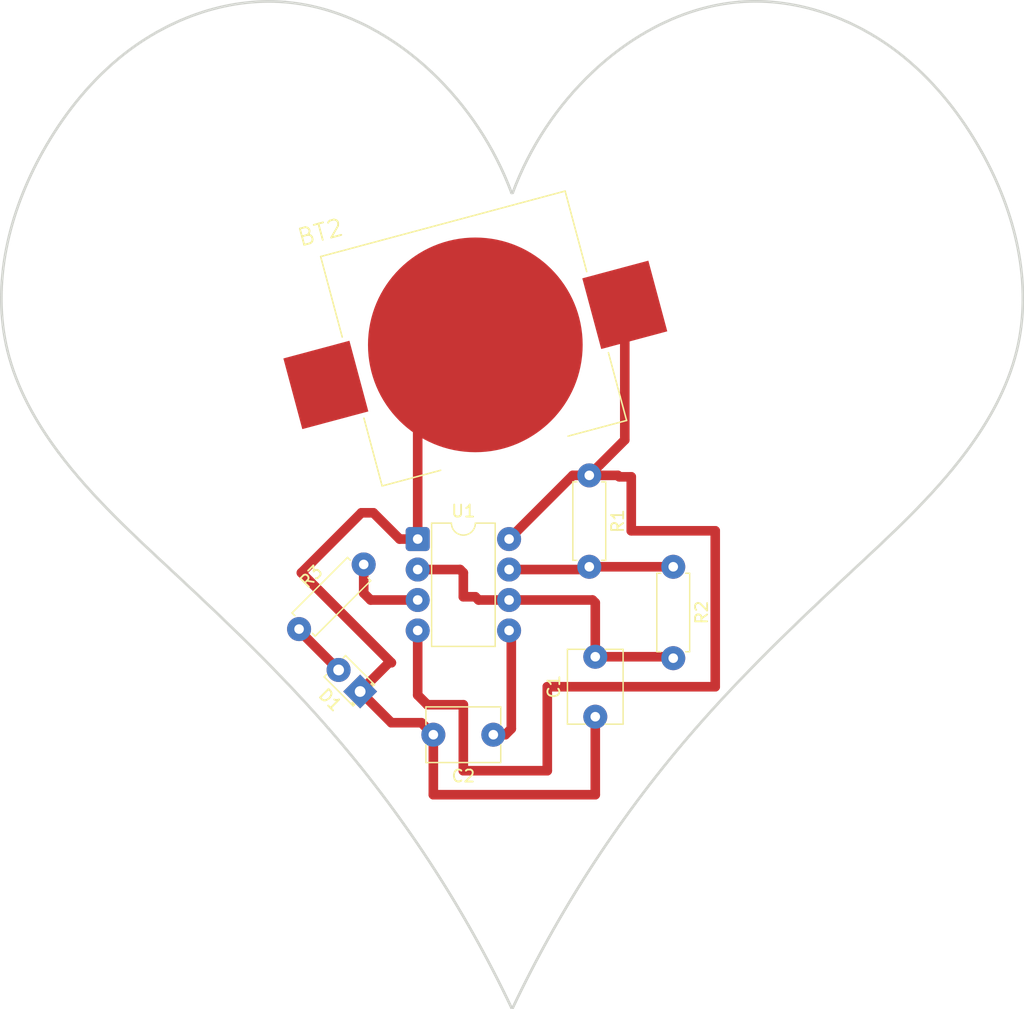
<source format=kicad_pcb>
(kicad_pcb (version 20241229) (generator "pcbnew") (generator_version "9.0")
  (layers (0 "F.Cu" signal) (2 "B.Cu" signal) (13 "F.Paste" user) (15 "B.Paste" user) (5 "F.SilkS" user "F.Silkscreen") (7 "B.SilkS" user "B.Silkscreen") (1 "F.Mask" user) (3 "B.Mask" user) (25 "Edge.Cuts" user))
  (net 0 "")
  (net 1 "GND")
  (net 2 "+3V0")
  (net 3 "Net-(U1-THR)")
  (net 4 "Net-(U1-CV)")
  (net 5 "Net-(D1-A)")
  (net 6 "Net-(U1-DIS)")
  (net 7 "Net-(U1-Q)")
  (footprint "Capacitor_THT:C_Disc_D6.0mm_W4.4mm_P5.00mm" (layer "F.Cu") (at 139.000001 116 180)
    (property "Reference" "C2" (at 2.5 -3.449999 0) (layer "F.SilkS"))
    (property "Value" "10n")
    (fp_line (start 5.62 2.319998) (end -0.619999 2.32) (stroke (width 0.12)) (layer "F.SilkS"))
    (fp_line (start 5.62 0.835) (end 5.62 2.319998) (stroke (width 0.12)) (layer "F.SilkS"))
    (fp_line (start 5.62 -2.319998) (end 5.62 -0.835) (stroke (width 0.12)) (layer "F.SilkS"))
    (fp_line (start -0.619999 2.32) (end -0.620001 0.835002) (stroke (width 0.12)) (layer "F.SilkS"))
    (fp_line (start -0.619999 -0.835) (end -0.620001 -2.319998) (stroke (width 0.12)) (layer "F.SilkS"))
    (fp_line (start -0.620001 -2.319998) (end 5.62 -2.319998) (stroke (width 0.12)) (layer "F.SilkS"))
    (pad "1" thru_hole circle (at 0 0 180) (size 2 2) (drill 0.8) (layers "*.Cu" "*.Mask") (net 4 "Net-(U1-CV)"))
    (pad "2" thru_hole circle (at 5 0 180) (size 2 2) (drill 0.8) (layers "*.Cu" "*.Mask") (net 1 "GND"))
  )
  (footprint "Resistor_THT:R_Axial_DIN0207_L6.3mm_D2.5mm_P7.62mm_Horizontal" (layer "F.Cu") (at 147 94.38 -90)
    (property "Reference" "R1" (at 3.81 -2.37 90) (layer "F.SilkS"))
    (property "Value" "R")
    (fp_line (start 7.080001 1.370001) (end 7.080001 1.040001) (stroke (width 0.12)) (layer "F.SilkS"))
    (fp_line (start 0.540001 1.369999) (end 7.080001 1.370001) (stroke (width 0.12)) (layer "F.SilkS"))
    (fp_line (start 0.539999 1.039999) (end 0.540001 1.369999) (stroke (width 0.12)) (layer "F.SilkS"))
    (fp_line (start 0.54 -1.040001) (end 0.539999 -1.370001) (stroke (width 0.12)) (layer "F.SilkS"))
    (fp_line (start 7.08 -1.369999) (end 7.08 -1.039999) (stroke (width 0.12)) (layer "F.SilkS"))
    (fp_line (start 0.539999 -1.370001) (end 7.08 -1.369999) (stroke (width 0.12)) (layer "F.SilkS"))
    (pad "1" thru_hole circle (at 0 0 270) (size 2 2) (drill 0.8) (layers "*.Cu" "*.Mask") (net 2 "+3V0"))
    (pad "2" thru_hole circle (at 7.62 0 270) (size 2 2) (drill 0.8) (layers "*.Cu" "*.Mask") (net 6 "Net-(U1-DIS)"))
  )
  (footprint "Resistor_THT:R_Axial_DIN0207_L6.3mm_D2.5mm_P7.62mm_Horizontal" (layer "F.Cu") (at 154 102 -90)
    (property "Reference" "R2" (at 3.81 -2.37 90) (layer "F.SilkS"))
    (property "Value" "R")
    (fp_line (start 7.080001 1.370001) (end 7.080001 1.040001) (stroke (width 0.12)) (layer "F.SilkS"))
    (fp_line (start 0.540001 1.369999) (end 7.080001 1.370001) (stroke (width 0.12)) (layer "F.SilkS"))
    (fp_line (start 0.539999 1.039999) (end 0.540001 1.369999) (stroke (width 0.12)) (layer "F.SilkS"))
    (fp_line (start 0.54 -1.040001) (end 0.539999 -1.370001) (stroke (width 0.12)) (layer "F.SilkS"))
    (fp_line (start 7.08 -1.369999) (end 7.08 -1.039999) (stroke (width 0.12)) (layer "F.SilkS"))
    (fp_line (start 0.539999 -1.370001) (end 7.08 -1.369999) (stroke (width 0.12)) (layer "F.SilkS"))
    (pad "1" thru_hole circle (at 0 0 270) (size 2 2) (drill 0.8) (layers "*.Cu" "*.Mask") (net 6 "Net-(U1-DIS)"))
    (pad "2" thru_hole circle (at 7.62 0 270) (size 2 2) (drill 0.8) (layers "*.Cu" "*.Mask") (net 3 "Net-(U1-THR)"))
  )
  (footprint "Capacitor_THT:C_Disc_D6.0mm_W4.4mm_P5.00mm" (layer "F.Cu") (at 147.5 114.5 90)
    (property "Reference" "C1" (at 2.5 -3.449999 90) (layer "F.SilkS"))
    (property "Value" "C")
    (fp_line (start -0.619999 -2.32) (end 5.620001 -2.319999) (stroke (width 0.12)) (layer "F.SilkS"))
    (fp_line (start 5.620001 -2.319999) (end 5.62 -0.835) (stroke (width 0.12)) (layer "F.SilkS"))
    (fp_line (start -0.619999 -0.835) (end -0.619999 -2.32) (stroke (width 0.12)) (layer "F.SilkS"))
    (fp_line (start 5.62 0.835) (end 5.619999 2.319999) (stroke (width 0.12)) (layer "F.SilkS"))
    (fp_line (start 5.619999 2.319999) (end -0.619999 2.32) (stroke (width 0.12)) (layer "F.SilkS"))
    (fp_line (start -0.619999 2.32) (end -0.620001 0.835001) (stroke (width 0.12)) (layer "F.SilkS"))
    (pad "1" thru_hole circle (at 0 0 90) (size 2 2) (drill 0.8) (layers "*.Cu" "*.Mask") (net 1 "GND"))
    (pad "2" thru_hole circle (at 5 0 90) (size 2 2) (drill 0.8) (layers "*.Cu" "*.Mask") (net 3 "Net-(U1-THR)"))
  )
  (footprint "LED_THT:LED_D1.8mm_W3.3mm_H2.4mm" (layer "F.Cu") (at 127.898026 112.398026 135)
    (property "Reference" "D1" (at 1.27 -2.26 135) (layer "F.SilkS"))
    (property "Value" "LED")
    (fp_line (start 2.98 -1.26) (end 2.979999 -0.986) (stroke (width 0.12)) (layer "F.SilkS"))
    (fp_line (start 2.98 0.986) (end 2.98 1.26) (stroke (width 0.12)) (layer "F.SilkS"))
    (fp_line (start 2.98 1.26) (end -0.439999 1.26) (stroke (width 0.12)) (layer "F.SilkS"))
    (fp_line (start -0.2 -1.26) (end -0.199999 -1.08) (stroke (width 0.12)) (layer "F.SilkS"))
    (fp_line (start -0.32 -1.26) (end -0.32 -1.080001) (stroke (width 0.12)) (layer "F.SilkS"))
    (fp_line (start -0.439999 -1.26) (end 2.98 -1.26) (stroke (width 0.12)) (layer "F.SilkS"))
    (fp_line (start -0.439999 -1.08) (end -0.439999 -1.26) (stroke (width 0.12)) (layer "F.SilkS"))
    (fp_line (start -0.2 1.08) (end -0.2 1.26) (stroke (width 0.12)) (layer "F.SilkS"))
    (fp_line (start -0.32 1.08) (end -0.32 1.26) (stroke (width 0.12)) (layer "F.SilkS"))
    (fp_line (start -0.439999 1.26) (end -0.44 1.08) (stroke (width 0.12)) (layer "F.SilkS"))
    (pad "1" thru_hole rect (at 0 0 135) (size 2 2) (drill 0.9) (layers "*.Cu" "*.Mask") (net 1 "GND"))
    (pad "2" thru_hole circle (at 2.54 0.000001 135) (size 2 2) (drill 0.9) (layers "*.Cu" "*.Mask") (net 5 "Net-(D1-A)"))
  )
  (footprint "Resistor_THT:R_Axial_DIN0207_L6.3mm_D2.5mm_P7.62mm_Horizontal" (layer "F.Cu") (at 122.805924 107.194077 45)
    (property "Reference" "R3" (at 3.81 -2.370001 45) (layer "F.SilkS"))
    (property "Value" "R")
    (fp_line (start 0.54 -1.37) (end 7.080001 -1.37) (stroke (width 0.12)) (layer "F.SilkS"))
    (fp_line (start 0.54 -1.039999) (end 0.54 -1.37) (stroke (width 0.12)) (layer "F.SilkS"))
    (fp_line (start 0.54 1.040001) (end 0.54 1.37) (stroke (width 0.12)) (layer "F.SilkS"))
    (fp_line (start 0.54 1.37) (end 7.08 1.37) (stroke (width 0.12)) (layer "F.SilkS"))
    (fp_line (start 7.080001 -1.37) (end 7.080001 -1.040001) (stroke (width 0.12)) (layer "F.SilkS"))
    (fp_line (start 7.08 1.37) (end 7.08 1.04) (stroke (width 0.12)) (layer "F.SilkS"))
    (pad "1" thru_hole circle (at 0 0 45) (size 2 2) (drill 0.8) (layers "*.Cu" "*.Mask") (net 5 "Net-(D1-A)"))
    (pad "2" thru_hole circle (at 7.62 0 45) (size 2 2) (drill 0.8) (layers "*.Cu" "*.Mask") (net 7 "Net-(U1-Q)"))
  )
  (footprint "Package_DIP:DIP-8_W7.62mm" (layer "F.Cu") (at 132.695 99.69)
    (property "Reference" "U1" (at 3.81 -2.33 0) (layer "F.SilkS"))
    (property "Value" "TLC555xP")
    (fp_line (start 1.16 -1.33) (end 1.16 8.95) (stroke (width 0.12)) (layer "F.SilkS"))
    (fp_line (start 1.16 8.95) (end 6.46 8.95) (stroke (width 0.12)) (layer "F.SilkS"))
    (fp_line (start 2.81 -1.33) (end 1.16 -1.33) (stroke (width 0.12)) (layer "F.SilkS"))
    (fp_line (start 6.46 -1.33) (end 4.81 -1.33) (stroke (width 0.12)) (layer "F.SilkS"))
    (fp_line (start 6.46 8.95) (end 6.46 -1.33) (stroke (width 0.12)) (layer "F.SilkS"))
    (fp_arc (start 4.81 -1.33) (mid 3.81 -0.33) (end 2.81 -1.33) (stroke (width 0.12)) (layer "F.SilkS"))
    (pad "1" thru_hole roundrect (at 0 0) (size 2 2) (drill 0.8) (layers "*.Cu" "*.Mask") (roundrect_rratio 0.15625) (net 1 "GND"))
    (pad "2" thru_hole circle (at 0 2.54) (size 2 2) (drill 0.8) (layers "*.Cu" "*.Mask") (net 3 "Net-(U1-THR)"))
    (pad "3" thru_hole circle (at 0 5.08) (size 2 2) (drill 0.8) (layers "*.Cu" "*.Mask") (net 7 "Net-(U1-Q)"))
    (pad "4" thru_hole circle (at 0 7.62) (size 2 2) (drill 0.8) (layers "*.Cu" "*.Mask") (net 2 "+3V0"))
    (pad "5" thru_hole circle (at 7.62 7.62) (size 2 2) (drill 0.8) (layers "*.Cu" "*.Mask") (net 4 "Net-(U1-CV)"))
    (pad "6" thru_hole circle (at 7.62 5.08) (size 2 2) (drill 0.8) (layers "*.Cu" "*.Mask") (net 3 "Net-(U1-THR)"))
    (pad "7" thru_hole circle (at 7.62 2.54) (size 2 2) (drill 0.8) (layers "*.Cu" "*.Mask") (net 6 "Net-(U1-DIS)"))
    (pad "8" thru_hole circle (at 7.62 0) (size 2 2) (drill 0.8) (layers "*.Cu" "*.Mask") (net 2 "+3V0"))
  )
  (footprint "BAT-HLD-003-SMT:BAT_BAT-HLD-003-SMT" (layer "F.Cu") (at 137.5 83.5 15)
    (property "Reference" "BT2" (at -10.055 -12.389 15) (layer "F.SilkS") (effects (font (size 1.4 1.4))))
    (property "Value" "BAT-HLD-003-SMT")
    (fp_line (start -10.55 -10.45) (end 10.550001 -10.45) (stroke (width 0.127)) (layer "F.SilkS"))
    (fp_line (start -10.55 -3.5) (end -10.55 -10.45) (stroke (width 0.127)) (layer "F.SilkS"))
    (fp_line (start -10.55 3.5) (end -10.55 9.35) (stroke (width 0.127)) (layer "F.SilkS"))
    (fp_line (start -10.55 9.35) (end -5.5 9.35) (stroke (width 0.127)) (layer "F.SilkS"))
    (fp_line (start 10.550001 -10.45) (end 10.55 -3.5) (stroke (width 0.127)) (layer "F.SilkS"))
    (fp_line (start 5.5 9.35) (end 10.55 9.350001) (stroke (width 0.127)) (layer "F.SilkS"))
    (fp_line (start 10.55 9.350001) (end 10.55 3.5) (stroke (width 0.127)) (layer "F.SilkS"))
    (pad "N" smd circle (at 0 0 15) (size 17.9 17.9) (layers "F.Cu" "F.Mask") (net 1 "GND"))
    (pad "P1" smd rect (at -12.899999 0.000001 15) (size 5.7 6.1) (layers "F.Cu" "F.Mask" "F.Paste") (net 2 "+3V0"))
    (pad "P2" smd rect (at 12.899999 -0.000001 15) (size 5.7 6.1) (layers "F.Cu" "F.Mask" "F.Paste") (net 2 "+3V0"))
  )
  (gr_curve (pts (xy 107.78055 59.610278) (xy 111.63639 56.417207) (xy 116.667083 54.507844) (xy 121.656173 54.924568)) (stroke (width 0.224895)) (layer "Edge.Cuts"))
  (gr_curve (pts (xy 155.916581 115.422439) (xy 159.873175 110.885841) (xy 164.222434 106.708849) (xy 168.628372 102.607644)) (stroke (width 0.224895)) (layer "Edge.Cuts"))
  (gr_curve (pts (xy 178.389072 92.452248) (xy 180.291605 89.908457) (xy 181.879233 87.078137) (xy 182.635557 83.992792)) (stroke (width 0.224895)) (layer "Edge.Cuts"))
  (gr_curve (pts (xy 179.703365 67.394577) (xy 178.056723 64.454967) (xy 175.949855 61.751263) (xy 173.354778 59.602165)) (stroke (width 0.224895)) (layer "Edge.Cuts"))
  (gr_curve (pts (xy 147.286655 60.744626) (xy 144.331752 63.533779) (xy 142.030165 67.010454) (xy 140.616918 70.82019)) (stroke (width 0.224895)) (layer "Edge.Cuts"))
  (gr_curve (pts (xy 140.617366 138.771123) (xy 144.617587 130.337749) (xy 149.781422 122.457182) (xy 155.916581 115.422439)) (stroke (width 0.224895)) (layer "Edge.Cuts"))
  (gr_curve (pts (xy 140.518412 138.771123) (xy 136.517513 130.337529) (xy 131.353908 122.463927) (xy 125.218749 115.42919)) (stroke (width 0.224895)) (layer "Edge.Cuts"))
  (gr_curve (pts (xy 182.635557 83.992792) (xy 184.005485 78.40481) (xy 182.515125 72.414254) (xy 179.703365 67.394577)) (stroke (width 0.224895)) (layer "Edge.Cuts"))
  (gr_curve (pts (xy 101.431966 67.40269) (xy 103.078608 64.46308) (xy 105.185478 61.759375) (xy 107.78055 59.610278)) (stroke (width 0.224895)) (layer "Edge.Cuts"))
  (gr_curve (pts (xy 125.218749 115.42919) (xy 121.262831 110.893046) (xy 116.913345 106.716729) (xy 112.507187 102.614632)) (stroke (width 0.224895)) (layer "Edge.Cuts"))
  (gr_line (start 140.617366 138.771123) (end 140.518412 138.771123) (stroke (width 0.224895)) (layer "Edge.Cuts"))
  (gr_curve (pts (xy 168.628372 102.607644) (xy 172.070174 99.404003) (xy 175.573155 96.217673) (xy 178.389072 92.452248)) (stroke (width 0.224895)) (layer "Edge.Cuts"))
  (gr_line (start 140.518412 70.828302) (end 140.616918 70.82019) (stroke (width 0.224895)) (layer "Edge.Cuts"))
  (gr_curve (pts (xy 98.5 84) (xy 97.129979 78.413581) (xy 98.620319 72.422367) (xy 101.431966 67.40269)) (stroke (width 0.224895)) (layer "Edge.Cuts"))
  (gr_curve (pts (xy 173.354778 59.602165) (xy 169.498942 56.409095) (xy 164.468247 54.499731) (xy 159.47916 54.916456)) (stroke (width 0.224895)) (layer "Edge.Cuts"))
  (gr_curve (pts (xy 112.507187 102.614632) (xy 109.065605 99.412116) (xy 105.562629 96.225345) (xy 102.746483 92.460578)) (stroke (width 0.224895)) (layer "Edge.Cuts"))
  (gr_curve (pts (xy 159.47916 54.916456) (xy 154.903879 55.298617) (xy 150.625462 57.593161) (xy 147.286655 60.744626)) (stroke (width 0.224895)) (layer "Edge.Cuts"))
  (gr_curve (pts (xy 102.746483 92.460578) (xy 100.843864 89.917008) (xy 99.256324 87.085562) (xy 98.5 84)) (stroke (width 0.224895)) (layer "Edge.Cuts"))
  (gr_curve (pts (xy 121.656173 54.924568) (xy 126.231454 55.306715) (xy 130.509871 57.601273) (xy 133.848675 60.752739)) (stroke (width 0.224895)) (layer "Edge.Cuts"))
  (gr_curve (pts (xy 133.848675 60.752739) (xy 136.803582 63.541891) (xy 139.105168 67.018566) (xy 140.518412 70.828302)) (stroke (width 0.224895)) (layer "Edge.Cuts"))
  (segment (start 132.695 99.69) (end 132.695 88.305) (width 0.8) (layer "F.Cu") (net 1))
  (segment (start 130.5 115) (end 133.000001 115) (width 0.8) (layer "F.Cu") (net 1))
  (segment (start 130.5 110) (end 123 102.5) (width 0.8) (layer "F.Cu") (net 1))
  (segment (start 134.000001 116) (end 134 121) (width 0.8) (layer "F.Cu") (net 1))
  (segment (start 142.5 81.878273) (end 139.671727 79.05) (width 0.8) (layer "F.Cu") (net 1))
  (segment (start 147.5 121) (end 147.5 114.5) (width 0.8) (layer "F.Cu") (net 1))
  (segment (start 128 97.5) (end 129 97.5) (width 0.8) (layer "F.Cu") (net 1))
  (segment (start 134 121) (end 147.5 121) (width 0.8) (layer "F.Cu") (net 1))
  (segment (start 130.296052 110) (end 130.5 110) (width 0.8) (layer "F.Cu") (net 1))
  (segment (start 133.000001 115) (end 134.000001 116) (width 0.8) (layer "F.Cu") (net 1))
  (segment (start 131.19 99.69) (end 132.695 99.69) (width 0.8) (layer "F.Cu") (net 1))
  (segment (start 127.898026 112.398026) (end 130.5 115) (width 0.8) (layer "F.Cu") (net 1))
  (segment (start 142.5 82) (end 142.5 81.878273) (width 0.8) (layer "F.Cu") (net 1))
  (segment (start 123 102.5) (end 128 97.5) (width 0.8) (layer "F.Cu") (net 1))
  (segment (start 132.695 88.305) (end 137.5 83.5) (width 0.8) (layer "F.Cu") (net 1))
  (segment (start 129 97.5) (end 131.19 99.69) (width 0.8) (layer "F.Cu") (net 1))
  (segment (start 132.695 86.316727) (end 130.328273 83.95) (width 0.8) (layer "F.Cu") (net 1))
  (segment (start 127.898026 112.398026) (end 130.296052 110) (width 0.8) (layer "F.Cu") (net 1))
  (segment (start 150.5 99) (end 150.5 94.5) (width 0.8) (layer "F.Cu") (net 2))
  (segment (start 132.695 112.695) (end 133.5 113.5) (width 0.8) (layer "F.Cu") (net 2))
  (segment (start 157.5 112) (end 157.5 99) (width 0.8) (layer "F.Cu") (net 2))
  (segment (start 149.38 94.38) (end 147 94.38) (width 0.8) (layer "F.Cu") (net 2))
  (segment (start 149.960442 91.419558) (end 149.960442 80.161234) (width 0.8) (layer "F.Cu") (net 2))
  (segment (start 145.625 94.38) (end 147 94.38) (width 0.8) (layer "F.Cu") (net 2))
  (segment (start 143.5 119) (end 143.5 112) (width 0.8) (layer "F.Cu") (net 2))
  (segment (start 132.695 107.31) (end 132.695 112.695) (width 0.8) (layer "F.Cu") (net 2))
  (segment (start 136.5 119) (end 143.5 119) (width 0.8) (layer "F.Cu") (net 2))
  (segment (start 140.315 99.69) (end 145.625 94.38) (width 0.8) (layer "F.Cu") (net 2))
  (segment (start 136.5 113.5) (end 136.5 119) (width 0.8) (layer "F.Cu") (net 2))
  (segment (start 157.5 99) (end 150.5 99) (width 0.8) (layer "F.Cu") (net 2))
  (segment (start 150.5 94.5) (end 149.5 94.5) (width 0.8) (layer "F.Cu") (net 2))
  (segment (start 143.5 112) (end 157.5 112) (width 0.8) (layer "F.Cu") (net 2))
  (segment (start 149.5 94.5) (end 149.38 94.38) (width 0.8) (layer "F.Cu") (net 2))
  (segment (start 133.5 113.5) (end 136.5 113.5) (width 0.8) (layer "F.Cu") (net 2))
  (segment (start 147 94.38) (end 149.960442 91.419558) (width 0.8) (layer "F.Cu") (net 2))
  (segment (start 137.77 104.77) (end 140.315 104.77) (width 0.8) (layer "F.Cu") (net 3))
  (segment (start 136.5 104.5) (end 137.5 104.5) (width 0.8) (layer "F.Cu") (net 3))
  (segment (start 147.5 109.5) (end 153.88 109.5) (width 0.8) (layer "F.Cu") (net 3))
  (segment (start 136.23 102.23) (end 136.5 102.5) (width 0.8) (layer "F.Cu") (net 3))
  (segment (start 153.88 109.5) (end 154 109.62) (width 0.8) (layer "F.Cu") (net 3))
  (segment (start 136.5 102.5) (end 136.5 104.5) (width 0.8) (layer "F.Cu") (net 3))
  (segment (start 140.315 104.77) (end 147.27 104.77) (width 0.8) (layer "F.Cu") (net 3))
  (segment (start 137.5 104.5) (end 137.77 104.77) (width 0.8) (layer "F.Cu") (net 3))
  (segment (start 147.27 104.77) (end 147.5 105) (width 0.8) (layer "F.Cu") (net 3))
  (segment (start 147.5 105) (end 147.5 109.5) (width 0.8) (layer "F.Cu") (net 3))
  (segment (start 132.695 102.23) (end 136.23 102.23) (width 0.8) (layer "F.Cu") (net 3))
  (segment (start 140.5 107.5) (end 140.5 115.5) (width 0.8) (layer "F.Cu") (net 4))
  (segment (start 140.315 107.315) (end 140.5 107.5) (width 0.8) (layer "F.Cu") (net 4))
  (segment (start 140 116) (end 139.000001 116) (width 0.8) (layer "F.Cu") (net 4))
  (segment (start 140.315 107.31) (end 140.315 107.315) (width 0.8) (layer "F.Cu") (net 4))
  (segment (start 140.5 115.5) (end 140 116) (width 0.8) (layer "F.Cu") (net 4))
  (segment (start 122.805924 107.305923) (end 126.101975 110.601974) (width 0.8) (layer "F.Cu") (net 5))
  (segment (start 122.805924 107.194077) (end 122.805924 107.305923) (width 0.8) (layer "F.Cu") (net 5))
  (segment (start 146.77 102.23) (end 147 102) (width 0.8) (layer "F.Cu") (net 6))
  (segment (start 140.315 102.23) (end 146.77 102.23) (width 0.8) (layer "F.Cu") (net 6))
  (segment (start 147 102) (end 154 102) (width 0.8) (layer "F.Cu") (net 6))
  (segment (start 128.194078 101.805923) (end 128.194078 104.194078) (width 0.8) (layer "F.Cu") (net 7))
  (segment (start 128.77 104.77) (end 132.695 104.77) (width 0.8) (layer "F.Cu") (net 7))
  (segment (start 132.465 105) (end 132.695 104.77) (width 0.8) (layer "F.Cu") (net 7))
  (segment (start 128.194078 104.194078) (end 128.77 104.77) (width 0.8) (layer "F.Cu") (net 7))
)
</source>
